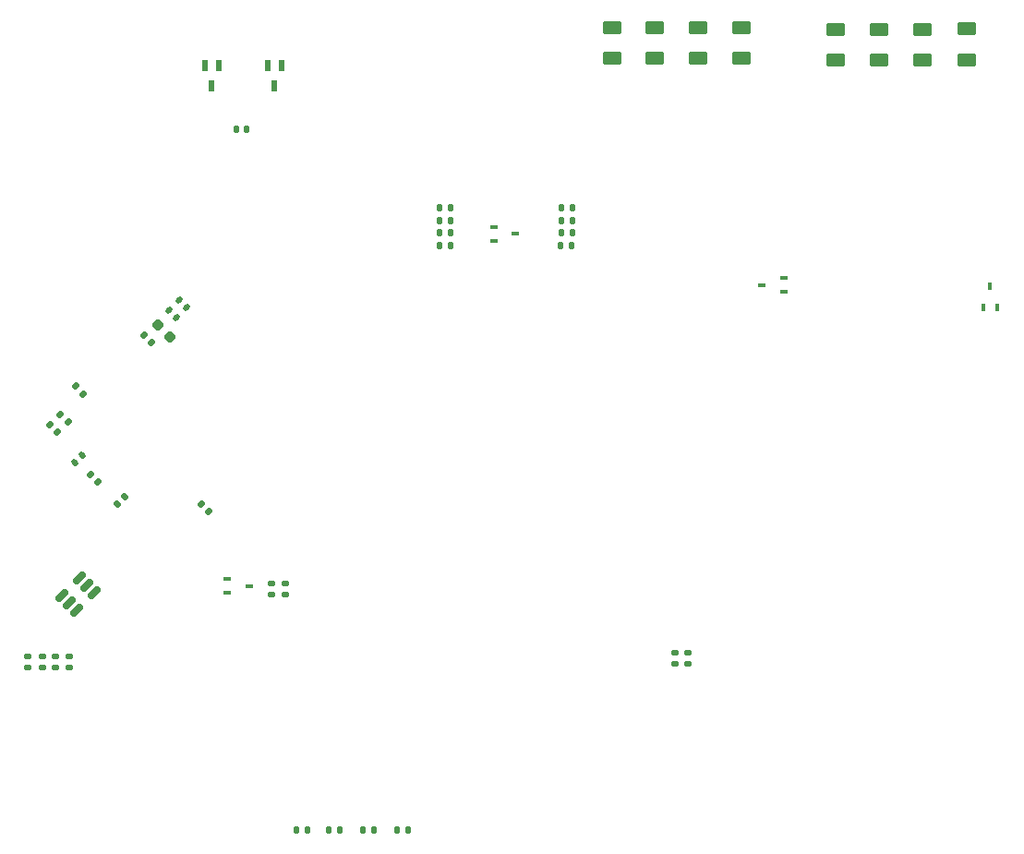
<source format=gbr>
%TF.GenerationSoftware,KiCad,Pcbnew,(6.0.8)*%
%TF.CreationDate,2024-01-16T01:15:22+01:00*%
%TF.ProjectId,pdms,70646d73-2e6b-4696-9361-645f70636258,rev?*%
%TF.SameCoordinates,Original*%
%TF.FileFunction,Paste,Bot*%
%TF.FilePolarity,Positive*%
%FSLAX46Y46*%
G04 Gerber Fmt 4.6, Leading zero omitted, Abs format (unit mm)*
G04 Created by KiCad (PCBNEW (6.0.8)) date 2024-01-16 01:15:22*
%MOMM*%
%LPD*%
G01*
G04 APERTURE LIST*
G04 Aperture macros list*
%AMRoundRect*
0 Rectangle with rounded corners*
0 $1 Rounding radius*
0 $2 $3 $4 $5 $6 $7 $8 $9 X,Y pos of 4 corners*
0 Add a 4 corners polygon primitive as box body*
4,1,4,$2,$3,$4,$5,$6,$7,$8,$9,$2,$3,0*
0 Add four circle primitives for the rounded corners*
1,1,$1+$1,$2,$3*
1,1,$1+$1,$4,$5*
1,1,$1+$1,$6,$7*
1,1,$1+$1,$8,$9*
0 Add four rect primitives between the rounded corners*
20,1,$1+$1,$2,$3,$4,$5,0*
20,1,$1+$1,$4,$5,$6,$7,0*
20,1,$1+$1,$6,$7,$8,$9,0*
20,1,$1+$1,$8,$9,$2,$3,0*%
G04 Aperture macros list end*
%ADD10RoundRect,0.135000X0.135000X0.185000X-0.135000X0.185000X-0.135000X-0.185000X0.135000X-0.185000X0*%
%ADD11RoundRect,0.135000X-0.135000X-0.185000X0.135000X-0.185000X0.135000X0.185000X-0.135000X0.185000X0*%
%ADD12R,0.700000X0.450000*%
%ADD13RoundRect,0.140000X0.140000X0.170000X-0.140000X0.170000X-0.140000X-0.170000X0.140000X-0.170000X0*%
%ADD14RoundRect,0.135000X-0.226274X-0.035355X-0.035355X-0.226274X0.226274X0.035355X0.035355X0.226274X0*%
%ADD15RoundRect,0.135000X0.226274X0.035355X0.035355X0.226274X-0.226274X-0.035355X-0.035355X-0.226274X0*%
%ADD16RoundRect,0.250000X0.625000X-0.375000X0.625000X0.375000X-0.625000X0.375000X-0.625000X-0.375000X0*%
%ADD17RoundRect,0.135000X0.185000X-0.135000X0.185000X0.135000X-0.185000X0.135000X-0.185000X-0.135000X0*%
%ADD18RoundRect,0.135000X-0.185000X0.135000X-0.185000X-0.135000X0.185000X-0.135000X0.185000X0.135000X0*%
%ADD19RoundRect,0.140000X0.021213X-0.219203X0.219203X-0.021213X-0.021213X0.219203X-0.219203X0.021213X0*%
%ADD20R,0.450000X0.700000*%
%ADD21R,0.550000X1.000000*%
%ADD22RoundRect,0.150000X-0.256326X-0.468458X0.468458X0.256326X0.256326X0.468458X-0.468458X-0.256326X0*%
%ADD23RoundRect,0.140000X-0.219203X-0.021213X-0.021213X-0.219203X0.219203X0.021213X0.021213X0.219203X0*%
%ADD24RoundRect,0.218750X0.335876X0.026517X0.026517X0.335876X-0.335876X-0.026517X-0.026517X-0.335876X0*%
%ADD25RoundRect,0.135000X0.035355X-0.226274X0.226274X-0.035355X-0.035355X0.226274X-0.226274X0.035355X0*%
G04 APERTURE END LIST*
D10*
%TO.C,R3*%
X59398400Y-170741700D03*
X60418400Y-170741700D03*
%TD*%
D11*
%TO.C,R143*%
X77620400Y-114808000D03*
X78640400Y-114808000D03*
%TD*%
D12*
%TO.C,D38*%
X71425000Y-116700000D03*
X71425000Y-115400000D03*
X73425000Y-116050000D03*
%TD*%
D13*
%TO.C,C87*%
X48740000Y-106426000D03*
X47780000Y-106426000D03*
%TD*%
D14*
%TO.C,C44*%
X33062873Y-130014631D03*
X33784121Y-130735879D03*
%TD*%
D15*
%TO.C,C52*%
X40049480Y-126041584D03*
X39328232Y-125320336D03*
%TD*%
D16*
%TO.C,F12*%
X90156345Y-99935773D03*
X90156345Y-97135773D03*
%TD*%
D17*
%TO.C,R170*%
X89250000Y-155500000D03*
X89250000Y-154480000D03*
%TD*%
D15*
%TO.C,R73*%
X31410624Y-134260624D03*
X30689376Y-133539376D03*
%TD*%
D17*
%TO.C,R168*%
X52328000Y-149098000D03*
X52328000Y-148078000D03*
%TD*%
D16*
%TO.C,F11*%
X86193945Y-99977373D03*
X86193945Y-97177373D03*
%TD*%
D10*
%TO.C,R154*%
X67437000Y-117094000D03*
X66417000Y-117094000D03*
%TD*%
D18*
%TO.C,R174*%
X31242000Y-154836400D03*
X31242000Y-155856400D03*
%TD*%
D12*
%TO.C,D39*%
X98028000Y-120101600D03*
X98028000Y-121401600D03*
X96028000Y-120751600D03*
%TD*%
D16*
%TO.C,F14*%
X102743000Y-100079000D03*
X102743000Y-97279000D03*
%TD*%
D19*
%TO.C,C77*%
X32985389Y-137050000D03*
X33664211Y-136371178D03*
%TD*%
D16*
%TO.C,F15*%
X106760000Y-100079000D03*
X106760000Y-97279000D03*
%TD*%
D20*
%TO.C,D40*%
X117591600Y-122818400D03*
X116291600Y-122818400D03*
X116941600Y-120818400D03*
%TD*%
D16*
%TO.C,F13*%
X94132400Y-99923600D03*
X94132400Y-97123600D03*
%TD*%
%TO.C,F17*%
X114808000Y-100076000D03*
X114808000Y-97276000D03*
%TD*%
D12*
%TO.C,D4*%
X47006000Y-148986000D03*
X47006000Y-147686000D03*
X49006000Y-148336000D03*
%TD*%
D11*
%TO.C,R139*%
X77620400Y-115976400D03*
X78640400Y-115976400D03*
%TD*%
D21*
%TO.C,D28*%
X44917600Y-100594400D03*
X46217600Y-100594400D03*
X45567600Y-102494400D03*
%TD*%
D10*
%TO.C,R1*%
X53302400Y-170741700D03*
X54322400Y-170741700D03*
%TD*%
D22*
%TO.C,U12*%
X33189332Y-150579668D03*
X32517581Y-149907917D03*
X31845830Y-149236166D03*
X33454498Y-147627498D03*
X34126249Y-148299249D03*
X34798000Y-148971000D03*
%TD*%
D18*
%TO.C,R167*%
X51078000Y-148078000D03*
X51078000Y-149098000D03*
%TD*%
D17*
%TO.C,R177*%
X28702000Y-155856400D03*
X28702000Y-154836400D03*
%TD*%
D10*
%TO.C,R2*%
X56274200Y-170741700D03*
X57294200Y-170741700D03*
%TD*%
D11*
%TO.C,R155*%
X77640000Y-113665000D03*
X78660000Y-113665000D03*
%TD*%
D15*
%TO.C,R74*%
X32410624Y-133310624D03*
X31689376Y-132589376D03*
%TD*%
D21*
%TO.C,D27*%
X50658000Y-100599200D03*
X51958000Y-100599200D03*
X51308000Y-102499200D03*
%TD*%
D10*
%TO.C,R158*%
X67441000Y-113665000D03*
X66421000Y-113665000D03*
%TD*%
%TO.C,R4*%
X62522600Y-170741700D03*
X63542600Y-170741700D03*
%TD*%
D17*
%TO.C,R176*%
X30022800Y-155856400D03*
X30022800Y-154836400D03*
%TD*%
D11*
%TO.C,R134*%
X77569600Y-117094000D03*
X78589600Y-117094000D03*
%TD*%
D23*
%TO.C,C80*%
X42568195Y-122094515D03*
X43247017Y-122773337D03*
%TD*%
D16*
%TO.C,F10*%
X82245200Y-99974400D03*
X82245200Y-97174400D03*
%TD*%
D10*
%TO.C,R142*%
X67437000Y-115968000D03*
X66417000Y-115968000D03*
%TD*%
D24*
%TO.C,L1*%
X41712243Y-125549084D03*
X40598549Y-124435390D03*
%TD*%
D16*
%TO.C,F16*%
X110697000Y-100082000D03*
X110697000Y-97282000D03*
%TD*%
D17*
%TO.C,R178*%
X32512000Y-155831000D03*
X32512000Y-154811000D03*
%TD*%
%TO.C,R169*%
X88000000Y-155510000D03*
X88000000Y-154490000D03*
%TD*%
D14*
%TO.C,R56*%
X34439376Y-138089376D03*
X35160624Y-138810624D03*
%TD*%
D23*
%TO.C,C83*%
X41634249Y-123028463D03*
X42313071Y-123707285D03*
%TD*%
D25*
%TO.C,C51*%
X36889376Y-140860624D03*
X37610624Y-140139376D03*
%TD*%
D15*
%TO.C,C45*%
X45300000Y-141550000D03*
X44578752Y-140828752D03*
%TD*%
D10*
%TO.C,R136*%
X67439000Y-114808000D03*
X66419000Y-114808000D03*
%TD*%
M02*

</source>
